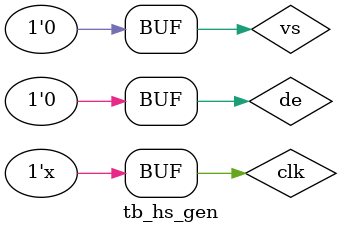
<source format=v>
`timescale 1ns / 1ps


module tb_hs_gen(

    );
    
    
hs_gen   
#(.PCLK_CYCLE_NUM_1(10),
.PCLK_CYCLE_NUM_2  (2),
.PCLK_CYCLE_NUM_3  (5))

uuu
(
. PCLK_I  (clk ),
. RSTN_I (1),
.VS_I   (vs),
. DE_I   (de),
.  HS_O  (hs)
);

reg clk ;
reg de ;
reg vs ;

always #5 clk = ~clk ;

initial begin
vs = 0 ;
clk = 0;
de = 0;
#5000;
vs =1;
#200;
vs = 0;

de = 1 ;
#400;
de = 0 ;
#400;
de =1 ;
#300;
de = 0;
#600;
de = 1 ;
#400;
de= 0;

#2000;

vs = 1;
#200;
vs= 0;
#2000;

de = 1;
#200;
de = 0;




end


    
    
endmodule

</source>
